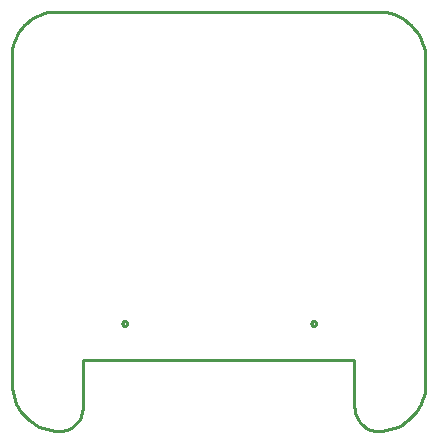
<source format=gbr>
G04 EAGLE Gerber RS-274X export*
G75*
%MOMM*%
%FSLAX34Y34*%
%LPD*%
%IN*%
%IPPOS*%
%AMOC8*
5,1,8,0,0,1.08239X$1,22.5*%
G01*
%ADD10C,0.254000*%


D10*
X0Y40000D02*
X152Y36514D01*
X608Y33054D01*
X1363Y29647D01*
X2412Y26319D01*
X3748Y23095D01*
X5359Y20000D01*
X7234Y17057D01*
X9358Y14289D01*
X11716Y11716D01*
X14289Y9358D01*
X17057Y7234D01*
X20000Y5359D01*
X23095Y3748D01*
X26319Y2412D01*
X29647Y1363D01*
X33054Y608D01*
X36514Y152D01*
X40000Y0D01*
X41743Y76D01*
X43473Y304D01*
X45176Y681D01*
X46840Y1206D01*
X48452Y1874D01*
X50000Y2680D01*
X51472Y3617D01*
X52856Y4679D01*
X54142Y5858D01*
X55321Y7144D01*
X56383Y8528D01*
X57321Y10000D01*
X58126Y11548D01*
X58794Y13160D01*
X59319Y14824D01*
X59696Y16527D01*
X59924Y18257D01*
X60000Y20000D01*
X60000Y60000D01*
X290000Y60000D01*
X290000Y20000D01*
X290076Y18257D01*
X290304Y16527D01*
X290681Y14824D01*
X291206Y13160D01*
X291874Y11548D01*
X292680Y10000D01*
X293617Y8528D01*
X294679Y7144D01*
X295858Y5858D01*
X297144Y4679D01*
X298528Y3617D01*
X300000Y2680D01*
X301548Y1874D01*
X303160Y1206D01*
X304824Y681D01*
X306527Y304D01*
X308257Y76D01*
X310000Y0D01*
X313486Y152D01*
X316946Y608D01*
X320353Y1363D01*
X323681Y2412D01*
X326905Y3748D01*
X330000Y5359D01*
X332943Y7234D01*
X335712Y9358D01*
X338284Y11716D01*
X340642Y14289D01*
X342766Y17057D01*
X344641Y20000D01*
X346252Y23095D01*
X347588Y26319D01*
X348637Y29647D01*
X349392Y33054D01*
X349848Y36514D01*
X350000Y40000D01*
X350000Y315000D01*
X349848Y318486D01*
X349392Y321946D01*
X348637Y325353D01*
X347588Y328681D01*
X346252Y331905D01*
X344641Y335000D01*
X342766Y337943D01*
X340642Y340712D01*
X338284Y343284D01*
X335712Y345642D01*
X332943Y347766D01*
X330000Y349641D01*
X326905Y351252D01*
X323681Y352588D01*
X320353Y353637D01*
X316946Y354392D01*
X313486Y354848D01*
X310000Y355000D01*
X40000Y355000D01*
X36722Y355075D01*
X33450Y354864D01*
X30209Y354369D01*
X27023Y353594D01*
X23918Y352543D01*
X20915Y351226D01*
X18039Y349652D01*
X15311Y347834D01*
X12751Y345784D01*
X10380Y343520D01*
X8216Y341057D01*
X6274Y338415D01*
X4570Y335614D01*
X3117Y332675D01*
X1925Y329621D01*
X1004Y326474D01*
X361Y323259D01*
X0Y320000D01*
X0Y40000D01*
X97520Y90723D02*
X97443Y90337D01*
X97292Y89973D01*
X97074Y89645D01*
X96795Y89367D01*
X96467Y89148D01*
X96103Y88997D01*
X95717Y88920D01*
X95323Y88920D01*
X94937Y88997D01*
X94573Y89148D01*
X94245Y89367D01*
X93967Y89645D01*
X93748Y89973D01*
X93597Y90337D01*
X93520Y90723D01*
X93520Y91117D01*
X93597Y91503D01*
X93748Y91867D01*
X93967Y92195D01*
X94245Y92474D01*
X94573Y92692D01*
X94937Y92843D01*
X95323Y92920D01*
X95717Y92920D01*
X96103Y92843D01*
X96467Y92692D01*
X96795Y92474D01*
X97074Y92195D01*
X97292Y91867D01*
X97443Y91503D01*
X97520Y91117D01*
X97520Y90723D01*
X257520Y90723D02*
X257443Y90337D01*
X257292Y89973D01*
X257074Y89645D01*
X256795Y89367D01*
X256467Y89148D01*
X256103Y88997D01*
X255717Y88920D01*
X255323Y88920D01*
X254937Y88997D01*
X254573Y89148D01*
X254245Y89367D01*
X253967Y89645D01*
X253748Y89973D01*
X253597Y90337D01*
X253520Y90723D01*
X253520Y91117D01*
X253597Y91503D01*
X253748Y91867D01*
X253967Y92195D01*
X254245Y92474D01*
X254573Y92692D01*
X254937Y92843D01*
X255323Y92920D01*
X255717Y92920D01*
X256103Y92843D01*
X256467Y92692D01*
X256795Y92474D01*
X257074Y92195D01*
X257292Y91867D01*
X257443Y91503D01*
X257520Y91117D01*
X257520Y90723D01*
M02*

</source>
